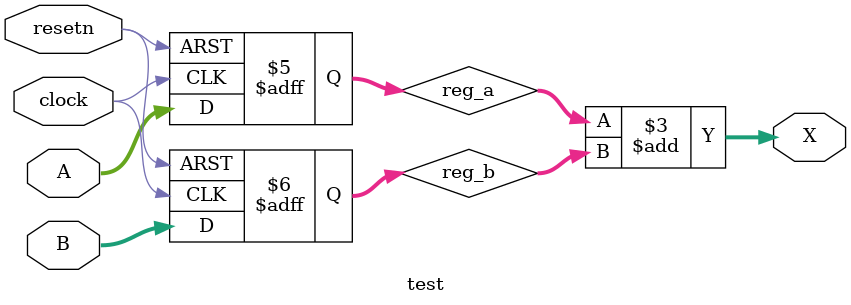
<source format=v>
module test (
	input [3:0] A,
	input [3:0] B,
	input		clock,
	input		resetn,
	output [4:0] X
);

reg [3:0]	reg_a, reg_b;

always @(posedge clock or negedge resetn) begin
	if(~resetn) begin
		reg_a <= 4'd0;
		reg_b <= 4'd0;
	end
	else begin
		reg_a <= A;
		reg_b <= B;
	end
end

assign X = reg_a + reg_b;


  // Dump waves
  initial begin
    $dumpfile("dump.vcd");
    $dumpvars(1, test);
  end
endmodule

</source>
